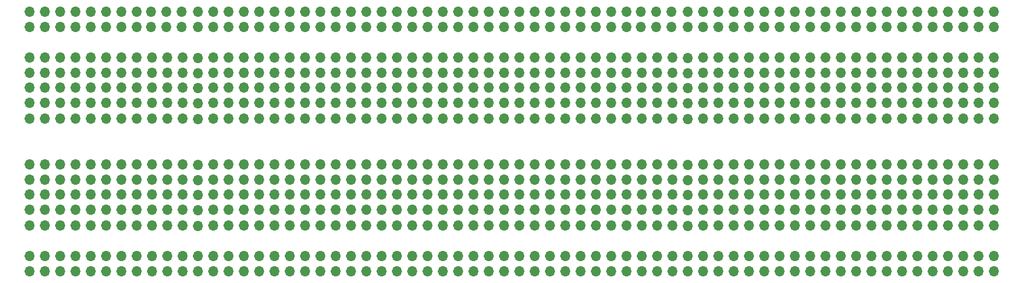
<source format=gbr>
%TF.GenerationSoftware,KiCad,Pcbnew,8.0.5*%
%TF.CreationDate,2024-10-04T12:50:49+02:00*%
%TF.ProjectId,Solderable_breadboard,536f6c64-6572-4616-926c-655f62726561,rev?*%
%TF.SameCoordinates,Original*%
%TF.FileFunction,Soldermask,Bot*%
%TF.FilePolarity,Negative*%
%FSLAX46Y46*%
G04 Gerber Fmt 4.6, Leading zero omitted, Abs format (unit mm)*
G04 Created by KiCad (PCBNEW 8.0.5) date 2024-10-04 12:50:49*
%MOMM*%
%LPD*%
G01*
G04 APERTURE LIST*
%ADD10O,1.700000X1.700000*%
G04 APERTURE END LIST*
D10*
%TO.C,J47*%
X137160000Y-58420000D03*
X137160000Y-60960000D03*
X137160000Y-63420000D03*
X137160000Y-65960000D03*
X137160000Y-68580000D03*
%TD*%
%TO.C,J45*%
X132080000Y-58420000D03*
X132080000Y-60960000D03*
X132080000Y-63420000D03*
X132080000Y-65960000D03*
X132080000Y-68580000D03*
%TD*%
%TO.C,J43*%
X127000000Y-58420000D03*
X127000000Y-60960000D03*
X127000000Y-63420000D03*
X127000000Y-65960000D03*
X127000000Y-68580000D03*
%TD*%
%TO.C,J38*%
X175260000Y-33020000D03*
X175260000Y-35560000D03*
%TD*%
%TO.C,J42*%
X124460000Y-58420000D03*
X124460000Y-60960000D03*
X124460000Y-63420000D03*
X124460000Y-65960000D03*
X124460000Y-68580000D03*
%TD*%
%TO.C,J39*%
X177800000Y-33020000D03*
X177800000Y-35560000D03*
%TD*%
%TO.C,J35*%
X167640000Y-33020000D03*
X167640000Y-35560000D03*
%TD*%
%TO.C,J29*%
X152400000Y-33020000D03*
X152400000Y-35560000D03*
%TD*%
%TO.C,J37*%
X172720000Y-33020000D03*
X172720000Y-35560000D03*
%TD*%
%TO.C,J34*%
X165100000Y-33020000D03*
X165100000Y-35560000D03*
%TD*%
%TO.C,J33*%
X162560000Y-33020000D03*
X162560000Y-35560000D03*
%TD*%
%TO.C,J31*%
X157480000Y-33020000D03*
X157480000Y-35560000D03*
%TD*%
%TO.C,J32*%
X160020000Y-33020000D03*
X160020000Y-35560000D03*
%TD*%
%TO.C,J40*%
X180340000Y-33020000D03*
X180340000Y-35560000D03*
%TD*%
%TO.C,J49*%
X142240000Y-58420000D03*
X142240000Y-60960000D03*
X142240000Y-63420000D03*
X142240000Y-65960000D03*
X142240000Y-68580000D03*
%TD*%
%TO.C,J46*%
X134620000Y-58420000D03*
X134620000Y-60960000D03*
X134620000Y-63420000D03*
X134620000Y-65960000D03*
X134620000Y-68580000D03*
%TD*%
%TO.C,J48*%
X139700000Y-58420000D03*
X139700000Y-60960000D03*
X139700000Y-63420000D03*
X139700000Y-65960000D03*
X139700000Y-68580000D03*
%TD*%
%TO.C,J36*%
X170180000Y-33020000D03*
X170180000Y-35560000D03*
%TD*%
%TO.C,J30*%
X154940000Y-33020000D03*
X154940000Y-35560000D03*
%TD*%
%TO.C,J44*%
X129540000Y-58420000D03*
X129540000Y-60960000D03*
X129540000Y-63420000D03*
X129540000Y-65960000D03*
X129540000Y-68580000D03*
%TD*%
%TO.C,J41*%
X121920000Y-58420000D03*
X121920000Y-60960000D03*
X121920000Y-63420000D03*
X121920000Y-65960000D03*
X121920000Y-68580000D03*
%TD*%
%TO.C,J27*%
X157480000Y-40640000D03*
X157480000Y-43180000D03*
X157480000Y-45640000D03*
X157480000Y-48180000D03*
X157480000Y-50800000D03*
%TD*%
%TO.C,J26*%
X154940000Y-40640000D03*
X154940000Y-43180000D03*
X154940000Y-45640000D03*
X154940000Y-48180000D03*
X154940000Y-50800000D03*
%TD*%
%TO.C,J22*%
X144780000Y-40640000D03*
X144780000Y-43180000D03*
X144780000Y-45640000D03*
X144780000Y-48180000D03*
X144780000Y-50800000D03*
%TD*%
%TO.C,J15*%
X139700000Y-40640000D03*
X139700000Y-43180000D03*
X139700000Y-45640000D03*
X139700000Y-48180000D03*
X139700000Y-50800000D03*
%TD*%
%TO.C,J16*%
X139700000Y-33020000D03*
X139700000Y-35560000D03*
%TD*%
%TO.C,J12*%
X134620000Y-33020000D03*
X134620000Y-35560000D03*
%TD*%
%TO.C,J21*%
X142240000Y-40640000D03*
X142240000Y-43180000D03*
X142240000Y-45640000D03*
X142240000Y-48180000D03*
X142240000Y-50800000D03*
%TD*%
%TO.C,J11*%
X134620000Y-40640000D03*
X134620000Y-43180000D03*
X134620000Y-45640000D03*
X134620000Y-48180000D03*
X134620000Y-50800000D03*
%TD*%
%TO.C,J14*%
X137160000Y-40640000D03*
X137160000Y-43180000D03*
X137160000Y-45640000D03*
X137160000Y-48180000D03*
X137160000Y-50800000D03*
%TD*%
%TO.C,J18*%
X144640000Y-33020000D03*
X144640000Y-35560000D03*
%TD*%
%TO.C,J13*%
X137160000Y-33020000D03*
X137160000Y-35560000D03*
%TD*%
%TO.C,J25*%
X152400000Y-40640000D03*
X152400000Y-43180000D03*
X152400000Y-45640000D03*
X152400000Y-48180000D03*
X152400000Y-50800000D03*
%TD*%
%TO.C,J17*%
X142100000Y-33020000D03*
X142100000Y-35560000D03*
%TD*%
%TO.C,J23*%
X147320000Y-40640000D03*
X147320000Y-43180000D03*
X147320000Y-45640000D03*
X147320000Y-48180000D03*
X147320000Y-50800000D03*
%TD*%
%TO.C,J19*%
X147180000Y-33020000D03*
X147180000Y-35560000D03*
%TD*%
%TO.C,J20*%
X149860000Y-33020000D03*
X149860000Y-35560000D03*
%TD*%
%TO.C,J24*%
X149860000Y-40720000D03*
X149860000Y-43260000D03*
X149860000Y-45720000D03*
X149860000Y-48260000D03*
X149860000Y-50880000D03*
%TD*%
%TO.C,J28*%
X160020000Y-40640000D03*
X160020000Y-43180000D03*
X160020000Y-45640000D03*
X160020000Y-48180000D03*
X160020000Y-50800000D03*
%TD*%
%TO.C,J9*%
X132080000Y-33020000D03*
X132080000Y-35560000D03*
%TD*%
%TO.C,J8*%
X129540000Y-33020000D03*
X129540000Y-35560000D03*
%TD*%
%TO.C,J6*%
X127000000Y-40640000D03*
X127000000Y-43180000D03*
X127000000Y-45640000D03*
X127000000Y-48180000D03*
X127000000Y-50800000D03*
%TD*%
%TO.C,J5*%
X127000000Y-33020000D03*
X127000000Y-35560000D03*
%TD*%
%TO.C,J2*%
X124460000Y-40640000D03*
X124460000Y-43180000D03*
X124460000Y-45640000D03*
X124460000Y-48180000D03*
X124460000Y-50800000D03*
%TD*%
%TO.C,J1*%
X121920000Y-40640000D03*
X121920000Y-43180000D03*
X121920000Y-45640000D03*
X121920000Y-48180000D03*
X121920000Y-50800000D03*
%TD*%
%TO.C,J7*%
X129540000Y-40640000D03*
X129540000Y-43180000D03*
X129540000Y-45640000D03*
X129540000Y-48180000D03*
X129540000Y-50800000D03*
%TD*%
%TO.C,J10*%
X132080000Y-40640000D03*
X132080000Y-43180000D03*
X132080000Y-45640000D03*
X132080000Y-48180000D03*
X132080000Y-50800000D03*
%TD*%
%TO.C,J3*%
X121920000Y-33020000D03*
X121920000Y-35560000D03*
%TD*%
%TO.C,J4*%
X124460000Y-33020000D03*
X124460000Y-35560000D03*
%TD*%
%TO.C,J126*%
X195580000Y-73660000D03*
X195580000Y-76200000D03*
%TD*%
%TO.C,J120*%
X180340000Y-73660000D03*
X180340000Y-76200000D03*
%TD*%
%TO.C,J128*%
X200660000Y-73660000D03*
X200660000Y-76200000D03*
%TD*%
%TO.C,J125*%
X193040000Y-73660000D03*
X193040000Y-76200000D03*
%TD*%
%TO.C,J124*%
X190500000Y-73660000D03*
X190500000Y-76200000D03*
%TD*%
%TO.C,J116*%
X170180000Y-73660000D03*
X170180000Y-76200000D03*
%TD*%
%TO.C,J123*%
X187960000Y-73660000D03*
X187960000Y-76200000D03*
%TD*%
%TO.C,J122*%
X185420000Y-73660000D03*
X185420000Y-76200000D03*
%TD*%
%TO.C,J121*%
X182880000Y-73660000D03*
X182880000Y-76200000D03*
%TD*%
%TO.C,J117*%
X172720000Y-73660000D03*
X172720000Y-76200000D03*
%TD*%
%TO.C,J119*%
X177800000Y-73660000D03*
X177800000Y-76200000D03*
%TD*%
%TO.C,J115*%
X167640000Y-73660000D03*
X167640000Y-76200000D03*
%TD*%
%TO.C,J114*%
X165100000Y-73660000D03*
X165100000Y-76200000D03*
%TD*%
%TO.C,J118*%
X175260000Y-73660000D03*
X175260000Y-76200000D03*
%TD*%
%TO.C,J127*%
X198120000Y-73660000D03*
X198120000Y-76200000D03*
%TD*%
%TO.C,J110*%
X195580000Y-58420000D03*
X195580000Y-60960000D03*
X195580000Y-63420000D03*
X195580000Y-65960000D03*
X195580000Y-68580000D03*
%TD*%
%TO.C,J106*%
X185420000Y-58420000D03*
X185420000Y-60960000D03*
X185420000Y-63420000D03*
X185420000Y-65960000D03*
X185420000Y-68580000D03*
%TD*%
%TO.C,J103*%
X177800000Y-58420000D03*
X177800000Y-60960000D03*
X177800000Y-63420000D03*
X177800000Y-65960000D03*
X177800000Y-68580000D03*
%TD*%
%TO.C,J99*%
X167640000Y-58420000D03*
X167640000Y-60960000D03*
X167640000Y-63420000D03*
X167640000Y-65960000D03*
X167640000Y-68580000D03*
%TD*%
%TO.C,J102*%
X175260000Y-58420000D03*
X175260000Y-60960000D03*
X175260000Y-63420000D03*
X175260000Y-65960000D03*
X175260000Y-68580000D03*
%TD*%
%TO.C,J113*%
X162560000Y-73660000D03*
X162560000Y-76200000D03*
%TD*%
%TO.C,J105*%
X182880000Y-58420000D03*
X182880000Y-60960000D03*
X182880000Y-63420000D03*
X182880000Y-65960000D03*
X182880000Y-68580000D03*
%TD*%
%TO.C,J112*%
X200660000Y-58420000D03*
X200660000Y-60960000D03*
X200660000Y-63420000D03*
X200660000Y-65960000D03*
X200660000Y-68580000D03*
%TD*%
%TO.C,J108*%
X190500000Y-58420000D03*
X190500000Y-60960000D03*
X190500000Y-63420000D03*
X190500000Y-65960000D03*
X190500000Y-68580000D03*
%TD*%
%TO.C,J104*%
X180340000Y-58420000D03*
X180340000Y-60960000D03*
X180340000Y-63420000D03*
X180340000Y-65960000D03*
X180340000Y-68580000D03*
%TD*%
%TO.C,J101*%
X172720000Y-58420000D03*
X172720000Y-60960000D03*
X172720000Y-63420000D03*
X172720000Y-65960000D03*
X172720000Y-68580000D03*
%TD*%
%TO.C,J107*%
X187960000Y-58420000D03*
X187960000Y-60960000D03*
X187960000Y-63420000D03*
X187960000Y-65960000D03*
X187960000Y-68580000D03*
%TD*%
%TO.C,J111*%
X198120000Y-58420000D03*
X198120000Y-60960000D03*
X198120000Y-63420000D03*
X198120000Y-65960000D03*
X198120000Y-68580000D03*
%TD*%
%TO.C,J100*%
X170180000Y-58420000D03*
X170180000Y-60960000D03*
X170180000Y-63420000D03*
X170180000Y-65960000D03*
X170180000Y-68580000D03*
%TD*%
%TO.C,J109*%
X193040000Y-58420000D03*
X193040000Y-60960000D03*
X193040000Y-63420000D03*
X193040000Y-65960000D03*
X193040000Y-68580000D03*
%TD*%
%TO.C,J97*%
X162560000Y-58420000D03*
X162560000Y-60960000D03*
X162560000Y-63420000D03*
X162560000Y-65960000D03*
X162560000Y-68580000D03*
%TD*%
%TO.C,J95*%
X198120000Y-40640000D03*
X198120000Y-43180000D03*
X198120000Y-45640000D03*
X198120000Y-48180000D03*
X198120000Y-50800000D03*
%TD*%
%TO.C,J93*%
X193040000Y-40640000D03*
X193040000Y-43180000D03*
X193040000Y-45640000D03*
X193040000Y-48180000D03*
X193040000Y-50800000D03*
%TD*%
%TO.C,J92*%
X190500000Y-40640000D03*
X190500000Y-43180000D03*
X190500000Y-45640000D03*
X190500000Y-48180000D03*
X190500000Y-50800000D03*
%TD*%
%TO.C,J90*%
X185420000Y-40640000D03*
X185420000Y-43180000D03*
X185420000Y-45640000D03*
X185420000Y-48180000D03*
X185420000Y-50800000D03*
%TD*%
%TO.C,J89*%
X182880000Y-40640000D03*
X182880000Y-43180000D03*
X182880000Y-45640000D03*
X182880000Y-48180000D03*
X182880000Y-50800000D03*
%TD*%
%TO.C,J88*%
X180340000Y-40640000D03*
X180340000Y-43180000D03*
X180340000Y-45640000D03*
X180340000Y-48180000D03*
X180340000Y-50800000D03*
%TD*%
%TO.C,J83*%
X167640000Y-40640000D03*
X167640000Y-43180000D03*
X167640000Y-45640000D03*
X167640000Y-48180000D03*
X167640000Y-50800000D03*
%TD*%
%TO.C,J75*%
X147320000Y-73660000D03*
X147320000Y-76200000D03*
%TD*%
%TO.C,J77*%
X152400000Y-73660000D03*
X152400000Y-76200000D03*
%TD*%
%TO.C,J79*%
X157480000Y-73660000D03*
X157480000Y-76200000D03*
%TD*%
%TO.C,J87*%
X177800000Y-40640000D03*
X177800000Y-43180000D03*
X177800000Y-45640000D03*
X177800000Y-48180000D03*
X177800000Y-50800000D03*
%TD*%
%TO.C,J84*%
X170180000Y-40640000D03*
X170180000Y-43180000D03*
X170180000Y-45640000D03*
X170180000Y-48180000D03*
X170180000Y-50800000D03*
%TD*%
%TO.C,J81*%
X162560000Y-40640000D03*
X162560000Y-43180000D03*
X162560000Y-45640000D03*
X162560000Y-48180000D03*
X162560000Y-50800000D03*
%TD*%
%TO.C,J80*%
X160020000Y-73660000D03*
X160020000Y-76200000D03*
%TD*%
%TO.C,J74*%
X144780000Y-73660000D03*
X144780000Y-76200000D03*
%TD*%
%TO.C,J78*%
X154940000Y-73660000D03*
X154940000Y-76200000D03*
%TD*%
%TO.C,J98*%
X165100000Y-58420000D03*
X165100000Y-60960000D03*
X165100000Y-63420000D03*
X165100000Y-65960000D03*
X165100000Y-68580000D03*
%TD*%
%TO.C,J96*%
X200660000Y-40640000D03*
X200660000Y-43180000D03*
X200660000Y-45640000D03*
X200660000Y-48180000D03*
X200660000Y-50800000D03*
%TD*%
%TO.C,J94*%
X195580000Y-40640000D03*
X195580000Y-43180000D03*
X195580000Y-45640000D03*
X195580000Y-48180000D03*
X195580000Y-50800000D03*
%TD*%
%TO.C,J73*%
X142240000Y-73660000D03*
X142240000Y-76200000D03*
%TD*%
%TO.C,J91*%
X187960000Y-40640000D03*
X187960000Y-43180000D03*
X187960000Y-45640000D03*
X187960000Y-48180000D03*
X187960000Y-50800000D03*
%TD*%
%TO.C,J76*%
X149860000Y-73660000D03*
X149860000Y-76200000D03*
%TD*%
%TO.C,J86*%
X175260000Y-40640000D03*
X175260000Y-43180000D03*
X175260000Y-45640000D03*
X175260000Y-48180000D03*
X175260000Y-50800000D03*
%TD*%
%TO.C,J85*%
X172720000Y-40640000D03*
X172720000Y-43180000D03*
X172720000Y-45640000D03*
X172720000Y-48180000D03*
X172720000Y-50800000D03*
%TD*%
%TO.C,J82*%
X165100000Y-40640000D03*
X165100000Y-43180000D03*
X165100000Y-45640000D03*
X165100000Y-48180000D03*
X165100000Y-50800000D03*
%TD*%
%TO.C,J71*%
X137160000Y-73660000D03*
X137160000Y-76200000D03*
%TD*%
%TO.C,J69*%
X132080000Y-73660000D03*
X132080000Y-76200000D03*
%TD*%
%TO.C,J66*%
X124460000Y-73660000D03*
X124460000Y-76200000D03*
%TD*%
%TO.C,J65*%
X121920000Y-73660000D03*
X121920000Y-76200000D03*
%TD*%
%TO.C,J63*%
X198120000Y-33020000D03*
X198120000Y-35560000D03*
%TD*%
%TO.C,J60*%
X190500000Y-33020000D03*
X190500000Y-35560000D03*
%TD*%
%TO.C,J57*%
X182880000Y-33020000D03*
X182880000Y-35560000D03*
%TD*%
%TO.C,J54*%
X154940000Y-58420000D03*
X154940000Y-60960000D03*
X154940000Y-63420000D03*
X154940000Y-65960000D03*
X154940000Y-68580000D03*
%TD*%
%TO.C,J50*%
X144780000Y-58420000D03*
X144780000Y-60960000D03*
X144780000Y-63420000D03*
X144780000Y-65960000D03*
X144780000Y-68580000D03*
%TD*%
%TO.C,J56*%
X160020000Y-58420000D03*
X160020000Y-60960000D03*
X160020000Y-63420000D03*
X160020000Y-65960000D03*
X160020000Y-68580000D03*
%TD*%
%TO.C,J55*%
X157480000Y-58420000D03*
X157480000Y-60960000D03*
X157480000Y-63420000D03*
X157480000Y-65960000D03*
X157480000Y-68580000D03*
%TD*%
%TO.C,J53*%
X152400000Y-58420000D03*
X152400000Y-60960000D03*
X152400000Y-63420000D03*
X152400000Y-65960000D03*
X152400000Y-68580000D03*
%TD*%
%TO.C,J52*%
X149860000Y-58500000D03*
X149860000Y-61040000D03*
X149860000Y-63500000D03*
X149860000Y-66040000D03*
X149860000Y-68660000D03*
%TD*%
%TO.C,J51*%
X147320000Y-58420000D03*
X147320000Y-60960000D03*
X147320000Y-63420000D03*
X147320000Y-65960000D03*
X147320000Y-68580000D03*
%TD*%
%TO.C,J58*%
X185420000Y-33020000D03*
X185420000Y-35560000D03*
%TD*%
%TO.C,J61*%
X193040000Y-33020000D03*
X193040000Y-35560000D03*
%TD*%
%TO.C,J67*%
X127000000Y-73660000D03*
X127000000Y-76200000D03*
%TD*%
%TO.C,J72*%
X139700000Y-73660000D03*
X139700000Y-76200000D03*
%TD*%
%TO.C,J70*%
X134620000Y-73660000D03*
X134620000Y-76200000D03*
%TD*%
%TO.C,J68*%
X129540000Y-73660000D03*
X129540000Y-76200000D03*
%TD*%
%TO.C,J59*%
X187960000Y-33020000D03*
X187960000Y-35560000D03*
%TD*%
%TO.C,J64*%
X200660000Y-33020000D03*
X200660000Y-35560000D03*
%TD*%
%TO.C,J62*%
X195580000Y-33020000D03*
X195580000Y-35560000D03*
%TD*%
%TO.C,J47*%
X55880000Y-58420000D03*
X55880000Y-60960000D03*
X55880000Y-63420000D03*
X55880000Y-65960000D03*
X55880000Y-68580000D03*
%TD*%
%TO.C,J45*%
X50800000Y-58420000D03*
X50800000Y-60960000D03*
X50800000Y-63420000D03*
X50800000Y-65960000D03*
X50800000Y-68580000D03*
%TD*%
%TO.C,J42*%
X43180000Y-58420000D03*
X43180000Y-60960000D03*
X43180000Y-63420000D03*
X43180000Y-65960000D03*
X43180000Y-68580000D03*
%TD*%
%TO.C,J39*%
X96520000Y-33020000D03*
X96520000Y-35560000D03*
%TD*%
%TO.C,J35*%
X86360000Y-33020000D03*
X86360000Y-35560000D03*
%TD*%
%TO.C,J29*%
X71120000Y-33020000D03*
X71120000Y-35560000D03*
%TD*%
%TO.C,J37*%
X91440000Y-33020000D03*
X91440000Y-35560000D03*
%TD*%
%TO.C,J34*%
X83820000Y-33020000D03*
X83820000Y-35560000D03*
%TD*%
%TO.C,J33*%
X81280000Y-33020000D03*
X81280000Y-35560000D03*
%TD*%
%TO.C,J31*%
X76200000Y-33020000D03*
X76200000Y-35560000D03*
%TD*%
%TO.C,J32*%
X78740000Y-33020000D03*
X78740000Y-35560000D03*
%TD*%
%TO.C,J40*%
X99060000Y-33020000D03*
X99060000Y-35560000D03*
%TD*%
%TO.C,J38*%
X93980000Y-33020000D03*
X93980000Y-35560000D03*
%TD*%
%TO.C,J49*%
X60960000Y-58420000D03*
X60960000Y-60960000D03*
X60960000Y-63420000D03*
X60960000Y-65960000D03*
X60960000Y-68580000D03*
%TD*%
%TO.C,J36*%
X88900000Y-33020000D03*
X88900000Y-35560000D03*
%TD*%
%TO.C,J30*%
X73660000Y-33020000D03*
X73660000Y-35560000D03*
%TD*%
%TO.C,J44*%
X48260000Y-58420000D03*
X48260000Y-60960000D03*
X48260000Y-63420000D03*
X48260000Y-65960000D03*
X48260000Y-68580000D03*
%TD*%
%TO.C,J41*%
X40640000Y-58420000D03*
X40640000Y-60960000D03*
X40640000Y-63420000D03*
X40640000Y-65960000D03*
X40640000Y-68580000D03*
%TD*%
%TO.C,J26*%
X73660000Y-40640000D03*
X73660000Y-43180000D03*
X73660000Y-45640000D03*
X73660000Y-48180000D03*
X73660000Y-50800000D03*
%TD*%
%TO.C,J22*%
X63500000Y-40640000D03*
X63500000Y-43180000D03*
X63500000Y-45640000D03*
X63500000Y-48180000D03*
X63500000Y-50800000D03*
%TD*%
%TO.C,J15*%
X58420000Y-40640000D03*
X58420000Y-43180000D03*
X58420000Y-45640000D03*
X58420000Y-48180000D03*
X58420000Y-50800000D03*
%TD*%
%TO.C,J16*%
X58420000Y-33020000D03*
X58420000Y-35560000D03*
%TD*%
%TO.C,J12*%
X53340000Y-33020000D03*
X53340000Y-35560000D03*
%TD*%
%TO.C,J21*%
X60960000Y-40640000D03*
X60960000Y-43180000D03*
X60960000Y-45640000D03*
X60960000Y-48180000D03*
X60960000Y-50800000D03*
%TD*%
%TO.C,J11*%
X53340000Y-40640000D03*
X53340000Y-43180000D03*
X53340000Y-45640000D03*
X53340000Y-48180000D03*
X53340000Y-50800000D03*
%TD*%
%TO.C,J14*%
X55880000Y-40640000D03*
X55880000Y-43180000D03*
X55880000Y-45640000D03*
X55880000Y-48180000D03*
X55880000Y-50800000D03*
%TD*%
%TO.C,J18*%
X63360000Y-33020000D03*
X63360000Y-35560000D03*
%TD*%
%TO.C,J13*%
X55880000Y-33020000D03*
X55880000Y-35560000D03*
%TD*%
%TO.C,J25*%
X71120000Y-40640000D03*
X71120000Y-43180000D03*
X71120000Y-45640000D03*
X71120000Y-48180000D03*
X71120000Y-50800000D03*
%TD*%
%TO.C,J17*%
X60820000Y-33020000D03*
X60820000Y-35560000D03*
%TD*%
%TO.C,J23*%
X66040000Y-40640000D03*
X66040000Y-43180000D03*
X66040000Y-45640000D03*
X66040000Y-48180000D03*
X66040000Y-50800000D03*
%TD*%
%TO.C,J19*%
X65900000Y-33020000D03*
X65900000Y-35560000D03*
%TD*%
%TO.C,J20*%
X68580000Y-33020000D03*
X68580000Y-35560000D03*
%TD*%
%TO.C,J24*%
X68580000Y-40720000D03*
X68580000Y-43260000D03*
X68580000Y-45720000D03*
X68580000Y-48260000D03*
X68580000Y-50880000D03*
%TD*%
%TO.C,J28*%
X78740000Y-40640000D03*
X78740000Y-43180000D03*
X78740000Y-45640000D03*
X78740000Y-48180000D03*
X78740000Y-50800000D03*
%TD*%
%TO.C,J9*%
X50800000Y-33020000D03*
X50800000Y-35560000D03*
%TD*%
%TO.C,J8*%
X48260000Y-33020000D03*
X48260000Y-35560000D03*
%TD*%
%TO.C,J6*%
X45720000Y-40640000D03*
X45720000Y-43180000D03*
X45720000Y-45640000D03*
X45720000Y-48180000D03*
X45720000Y-50800000D03*
%TD*%
%TO.C,J5*%
X45720000Y-33020000D03*
X45720000Y-35560000D03*
%TD*%
%TO.C,J2*%
X43180000Y-40640000D03*
X43180000Y-43180000D03*
X43180000Y-45640000D03*
X43180000Y-48180000D03*
X43180000Y-50800000D03*
%TD*%
%TO.C,J1*%
X40640000Y-40640000D03*
X40640000Y-43180000D03*
X40640000Y-45640000D03*
X40640000Y-48180000D03*
X40640000Y-50800000D03*
%TD*%
%TO.C,J7*%
X48260000Y-40640000D03*
X48260000Y-43180000D03*
X48260000Y-45640000D03*
X48260000Y-48180000D03*
X48260000Y-50800000D03*
%TD*%
%TO.C,J10*%
X50800000Y-40640000D03*
X50800000Y-43180000D03*
X50800000Y-45640000D03*
X50800000Y-48180000D03*
X50800000Y-50800000D03*
%TD*%
%TO.C,J4*%
X43180000Y-33020000D03*
X43180000Y-35560000D03*
%TD*%
%TO.C,J126*%
X114300000Y-73660000D03*
X114300000Y-76200000D03*
%TD*%
%TO.C,J128*%
X119380000Y-73660000D03*
X119380000Y-76200000D03*
%TD*%
%TO.C,J43*%
X45720000Y-58420000D03*
X45720000Y-60960000D03*
X45720000Y-63420000D03*
X45720000Y-65960000D03*
X45720000Y-68580000D03*
%TD*%
%TO.C,J125*%
X111760000Y-73660000D03*
X111760000Y-76200000D03*
%TD*%
%TO.C,J116*%
X88900000Y-73660000D03*
X88900000Y-76200000D03*
%TD*%
%TO.C,J123*%
X106680000Y-73660000D03*
X106680000Y-76200000D03*
%TD*%
%TO.C,J117*%
X91440000Y-73660000D03*
X91440000Y-76200000D03*
%TD*%
%TO.C,J119*%
X96520000Y-73660000D03*
X96520000Y-76200000D03*
%TD*%
%TO.C,J115*%
X86360000Y-73660000D03*
X86360000Y-76200000D03*
%TD*%
%TO.C,J114*%
X83820000Y-73660000D03*
X83820000Y-76200000D03*
%TD*%
%TO.C,J118*%
X93980000Y-73660000D03*
X93980000Y-76200000D03*
%TD*%
%TO.C,J127*%
X116840000Y-73660000D03*
X116840000Y-76200000D03*
%TD*%
%TO.C,J110*%
X114300000Y-58420000D03*
X114300000Y-60960000D03*
X114300000Y-63420000D03*
X114300000Y-65960000D03*
X114300000Y-68580000D03*
%TD*%
%TO.C,J103*%
X96520000Y-58420000D03*
X96520000Y-60960000D03*
X96520000Y-63420000D03*
X96520000Y-65960000D03*
X96520000Y-68580000D03*
%TD*%
%TO.C,J99*%
X86360000Y-58420000D03*
X86360000Y-60960000D03*
X86360000Y-63420000D03*
X86360000Y-65960000D03*
X86360000Y-68580000D03*
%TD*%
%TO.C,J102*%
X93980000Y-58420000D03*
X93980000Y-60960000D03*
X93980000Y-63420000D03*
X93980000Y-65960000D03*
X93980000Y-68580000D03*
%TD*%
%TO.C,J105*%
X101600000Y-58420000D03*
X101600000Y-60960000D03*
X101600000Y-63420000D03*
X101600000Y-65960000D03*
X101600000Y-68580000D03*
%TD*%
%TO.C,J101*%
X91440000Y-58420000D03*
X91440000Y-60960000D03*
X91440000Y-63420000D03*
X91440000Y-65960000D03*
X91440000Y-68580000D03*
%TD*%
%TO.C,J97*%
X81280000Y-58420000D03*
X81280000Y-60960000D03*
X81280000Y-63420000D03*
X81280000Y-65960000D03*
X81280000Y-68580000D03*
%TD*%
%TO.C,J93*%
X111760000Y-40640000D03*
X111760000Y-43180000D03*
X111760000Y-45640000D03*
X111760000Y-48180000D03*
X111760000Y-50800000D03*
%TD*%
%TO.C,J90*%
X104140000Y-40640000D03*
X104140000Y-43180000D03*
X104140000Y-45640000D03*
X104140000Y-48180000D03*
X104140000Y-50800000D03*
%TD*%
%TO.C,J89*%
X101600000Y-40640000D03*
X101600000Y-43180000D03*
X101600000Y-45640000D03*
X101600000Y-48180000D03*
X101600000Y-50800000D03*
%TD*%
%TO.C,J88*%
X99060000Y-40640000D03*
X99060000Y-43180000D03*
X99060000Y-45640000D03*
X99060000Y-48180000D03*
X99060000Y-50800000D03*
%TD*%
%TO.C,J83*%
X86360000Y-40640000D03*
X86360000Y-43180000D03*
X86360000Y-45640000D03*
X86360000Y-48180000D03*
X86360000Y-50800000D03*
%TD*%
%TO.C,J75*%
X66040000Y-73660000D03*
X66040000Y-76200000D03*
%TD*%
%TO.C,J79*%
X76200000Y-73660000D03*
X76200000Y-76200000D03*
%TD*%
%TO.C,J84*%
X88900000Y-40640000D03*
X88900000Y-43180000D03*
X88900000Y-45640000D03*
X88900000Y-48180000D03*
X88900000Y-50800000D03*
%TD*%
%TO.C,J122*%
X104140000Y-73660000D03*
X104140000Y-76200000D03*
%TD*%
%TO.C,J80*%
X78740000Y-73660000D03*
X78740000Y-76200000D03*
%TD*%
%TO.C,J74*%
X63500000Y-73660000D03*
X63500000Y-76200000D03*
%TD*%
%TO.C,J108*%
X109220000Y-58420000D03*
X109220000Y-60960000D03*
X109220000Y-63420000D03*
X109220000Y-65960000D03*
X109220000Y-68580000D03*
%TD*%
%TO.C,J78*%
X73660000Y-73660000D03*
X73660000Y-76200000D03*
%TD*%
%TO.C,J98*%
X83820000Y-58420000D03*
X83820000Y-60960000D03*
X83820000Y-63420000D03*
X83820000Y-65960000D03*
X83820000Y-68580000D03*
%TD*%
%TO.C,J48*%
X58420000Y-58420000D03*
X58420000Y-60960000D03*
X58420000Y-63420000D03*
X58420000Y-65960000D03*
X58420000Y-68580000D03*
%TD*%
%TO.C,J113*%
X81280000Y-73660000D03*
X81280000Y-76200000D03*
%TD*%
%TO.C,J96*%
X119380000Y-40640000D03*
X119380000Y-43180000D03*
X119380000Y-45640000D03*
X119380000Y-48180000D03*
X119380000Y-50800000D03*
%TD*%
%TO.C,J120*%
X99060000Y-73660000D03*
X99060000Y-76200000D03*
%TD*%
%TO.C,J94*%
X114300000Y-40640000D03*
X114300000Y-43180000D03*
X114300000Y-45640000D03*
X114300000Y-48180000D03*
X114300000Y-50800000D03*
%TD*%
%TO.C,J111*%
X116840000Y-58420000D03*
X116840000Y-60960000D03*
X116840000Y-63420000D03*
X116840000Y-65960000D03*
X116840000Y-68580000D03*
%TD*%
%TO.C,J73*%
X60960000Y-73660000D03*
X60960000Y-76200000D03*
%TD*%
%TO.C,J91*%
X106680000Y-40640000D03*
X106680000Y-43180000D03*
X106680000Y-45640000D03*
X106680000Y-48180000D03*
X106680000Y-50800000D03*
%TD*%
%TO.C,J124*%
X109220000Y-73660000D03*
X109220000Y-76200000D03*
%TD*%
%TO.C,J104*%
X99060000Y-58420000D03*
X99060000Y-60960000D03*
X99060000Y-63420000D03*
X99060000Y-65960000D03*
X99060000Y-68580000D03*
%TD*%
%TO.C,J76*%
X68580000Y-73660000D03*
X68580000Y-76200000D03*
%TD*%
%TO.C,J86*%
X93980000Y-40640000D03*
X93980000Y-43180000D03*
X93980000Y-45640000D03*
X93980000Y-48180000D03*
X93980000Y-50800000D03*
%TD*%
%TO.C,J95*%
X116840000Y-40640000D03*
X116840000Y-43180000D03*
X116840000Y-45640000D03*
X116840000Y-48180000D03*
X116840000Y-50800000D03*
%TD*%
%TO.C,J85*%
X91440000Y-40640000D03*
X91440000Y-43180000D03*
X91440000Y-45640000D03*
X91440000Y-48180000D03*
X91440000Y-50800000D03*
%TD*%
%TO.C,J82*%
X83820000Y-40640000D03*
X83820000Y-43180000D03*
X83820000Y-45640000D03*
X83820000Y-48180000D03*
X83820000Y-50800000D03*
%TD*%
%TO.C,J77*%
X71120000Y-73660000D03*
X71120000Y-76200000D03*
%TD*%
%TO.C,J3*%
X40640000Y-33020000D03*
X40640000Y-35560000D03*
%TD*%
%TO.C,J71*%
X55880000Y-73660000D03*
X55880000Y-76200000D03*
%TD*%
%TO.C,J109*%
X111760000Y-58420000D03*
X111760000Y-60960000D03*
X111760000Y-63420000D03*
X111760000Y-65960000D03*
X111760000Y-68580000D03*
%TD*%
%TO.C,J69*%
X50800000Y-73660000D03*
X50800000Y-76200000D03*
%TD*%
%TO.C,J66*%
X43180000Y-73660000D03*
X43180000Y-76200000D03*
%TD*%
%TO.C,J65*%
X40640000Y-73660000D03*
X40640000Y-76200000D03*
%TD*%
%TO.C,J27*%
X76200000Y-40640000D03*
X76200000Y-43180000D03*
X76200000Y-45640000D03*
X76200000Y-48180000D03*
X76200000Y-50800000D03*
%TD*%
%TO.C,J63*%
X116840000Y-33020000D03*
X116840000Y-35560000D03*
%TD*%
%TO.C,J92*%
X109220000Y-40640000D03*
X109220000Y-43180000D03*
X109220000Y-45640000D03*
X109220000Y-48180000D03*
X109220000Y-50800000D03*
%TD*%
%TO.C,J60*%
X109220000Y-33020000D03*
X109220000Y-35560000D03*
%TD*%
%TO.C,J57*%
X101600000Y-33020000D03*
X101600000Y-35560000D03*
%TD*%
%TO.C,J54*%
X73660000Y-58420000D03*
X73660000Y-60960000D03*
X73660000Y-63420000D03*
X73660000Y-65960000D03*
X73660000Y-68580000D03*
%TD*%
%TO.C,J112*%
X119380000Y-58420000D03*
X119380000Y-60960000D03*
X119380000Y-63420000D03*
X119380000Y-65960000D03*
X119380000Y-68580000D03*
%TD*%
%TO.C,J50*%
X63500000Y-58420000D03*
X63500000Y-60960000D03*
X63500000Y-63420000D03*
X63500000Y-65960000D03*
X63500000Y-68580000D03*
%TD*%
%TO.C,J56*%
X78740000Y-58420000D03*
X78740000Y-60960000D03*
X78740000Y-63420000D03*
X78740000Y-65960000D03*
X78740000Y-68580000D03*
%TD*%
%TO.C,J55*%
X76200000Y-58420000D03*
X76200000Y-60960000D03*
X76200000Y-63420000D03*
X76200000Y-65960000D03*
X76200000Y-68580000D03*
%TD*%
%TO.C,J53*%
X71120000Y-58420000D03*
X71120000Y-60960000D03*
X71120000Y-63420000D03*
X71120000Y-65960000D03*
X71120000Y-68580000D03*
%TD*%
%TO.C,J107*%
X106680000Y-58420000D03*
X106680000Y-60960000D03*
X106680000Y-63420000D03*
X106680000Y-65960000D03*
X106680000Y-68580000D03*
%TD*%
%TO.C,J52*%
X68580000Y-58500000D03*
X68580000Y-61040000D03*
X68580000Y-63500000D03*
X68580000Y-66040000D03*
X68580000Y-68660000D03*
%TD*%
%TO.C,J81*%
X81280000Y-40640000D03*
X81280000Y-43180000D03*
X81280000Y-45640000D03*
X81280000Y-48180000D03*
X81280000Y-50800000D03*
%TD*%
%TO.C,J106*%
X104140000Y-58420000D03*
X104140000Y-60960000D03*
X104140000Y-63420000D03*
X104140000Y-65960000D03*
X104140000Y-68580000D03*
%TD*%
%TO.C,J51*%
X66040000Y-58420000D03*
X66040000Y-60960000D03*
X66040000Y-63420000D03*
X66040000Y-65960000D03*
X66040000Y-68580000D03*
%TD*%
%TO.C,J46*%
X53340000Y-58420000D03*
X53340000Y-60960000D03*
X53340000Y-63420000D03*
X53340000Y-65960000D03*
X53340000Y-68580000D03*
%TD*%
%TO.C,J87*%
X96520000Y-40640000D03*
X96520000Y-43180000D03*
X96520000Y-45640000D03*
X96520000Y-48180000D03*
X96520000Y-50800000D03*
%TD*%
%TO.C,J58*%
X104140000Y-33020000D03*
X104140000Y-35560000D03*
%TD*%
%TO.C,J61*%
X111760000Y-33020000D03*
X111760000Y-35560000D03*
%TD*%
%TO.C,J121*%
X101600000Y-73660000D03*
X101600000Y-76200000D03*
%TD*%
%TO.C,J67*%
X45720000Y-73660000D03*
X45720000Y-76200000D03*
%TD*%
%TO.C,J72*%
X58420000Y-73660000D03*
X58420000Y-76200000D03*
%TD*%
%TO.C,J70*%
X53340000Y-73660000D03*
X53340000Y-76200000D03*
%TD*%
%TO.C,J100*%
X88900000Y-58420000D03*
X88900000Y-60960000D03*
X88900000Y-63420000D03*
X88900000Y-65960000D03*
X88900000Y-68580000D03*
%TD*%
%TO.C,J68*%
X48260000Y-73660000D03*
X48260000Y-76200000D03*
%TD*%
%TO.C,J59*%
X106680000Y-33020000D03*
X106680000Y-35560000D03*
%TD*%
%TO.C,J64*%
X119380000Y-33020000D03*
X119380000Y-35560000D03*
%TD*%
%TO.C,J62*%
X114300000Y-33020000D03*
X114300000Y-35560000D03*
%TD*%
M02*

</source>
